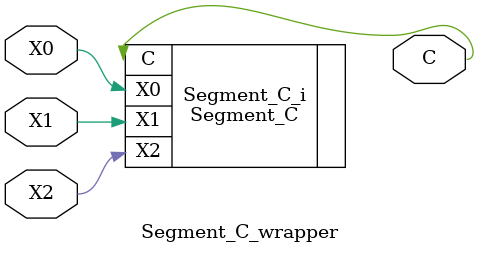
<source format=v>
`timescale 1 ps / 1 ps

module Segment_C_wrapper
   (C,
    X0,
    X1,
    X2);
  output C;
  input X0;
  input X1;
  input X2;

  wire C;
  wire X0;
  wire X1;
  wire X2;

  Segment_C Segment_C_i
       (.C(C),
        .X0(X0),
        .X1(X1),
        .X2(X2));
endmodule

</source>
